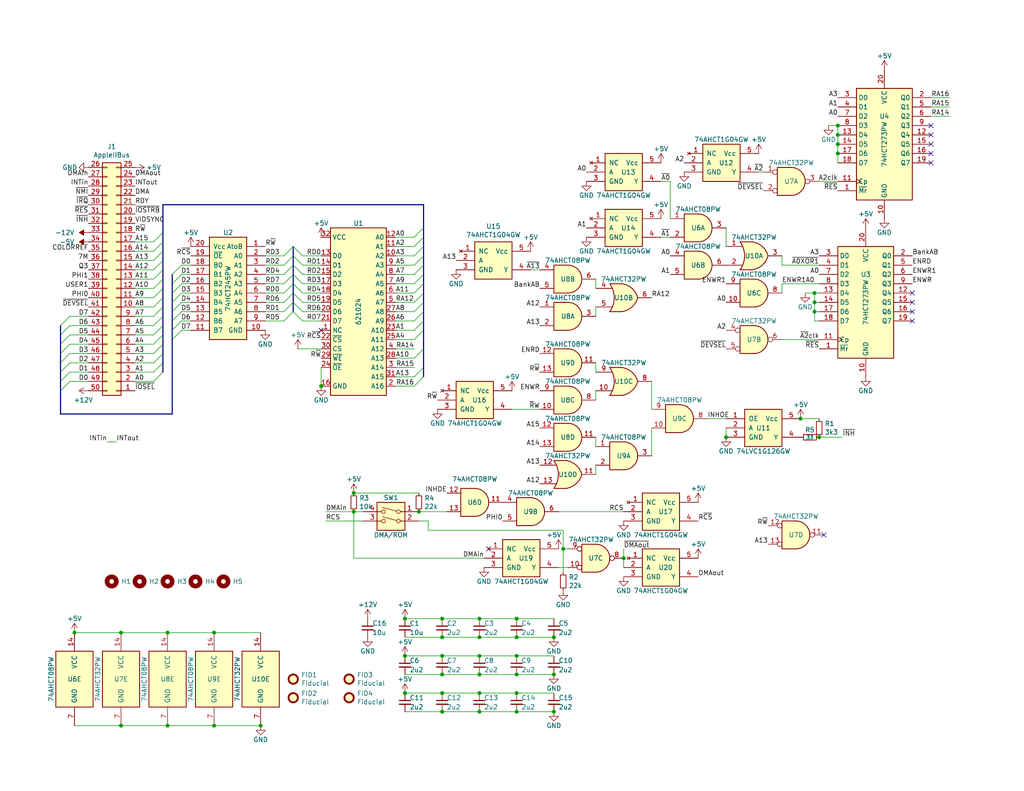
<source format=kicad_sch>
(kicad_sch (version 20230121) (generator eeschema)
  (paper "USLetter")
  (title_block (title "RAM128 (GW4208B)") (date "2023-10-21") (rev "1.1") (company "Garrett's Workshop"))
  (junction (at 120.65 179.07))
  (junction (at 223.52 119.38))
  (junction (at 110.49 189.23))
  (junction (at 198.12 119.38))
  (junction (at 151.13 194.31))
  (junction (at 130.81 168.91))
  (junction (at 120.65 173.99))
  (junction (at 120.65 194.31))
  (junction (at 120.65 168.91))
  (junction (at 130.81 179.07))
  (junction (at 140.97 168.91))
  (junction (at 228.6 36.83))
  (junction (at 71.12 198.12))
  (junction (at 58.42 198.12))
  (junction (at 140.97 173.99))
  (junction (at 130.81 189.23))
  (junction (at 120.65 189.23))
  (junction (at 140.97 184.15))
  (junction (at 130.81 184.15))
  (junction (at 228.6 34.29))
  (junction (at 45.72 198.12))
  (junction (at 222.25 82.55))
  (junction (at 33.02 172.72))
  (junction (at 218.44 114.3))
  (junction (at 96.52 139.7))
  (junction (at 170.18 152.4))
  (junction (at 151.13 184.15))
  (junction (at 87.63 105.41))
  (junction (at 151.13 173.99))
  (junction (at 228.6 39.37))
  (junction (at 140.97 179.07))
  (junction (at 110.49 168.91))
  (junction (at 228.6 41.91))
  (junction (at 45.72 172.72))
  (junction (at 33.02 198.12))
  (junction (at 222.25 80.01))
  (junction (at 114.3 139.7))
  (junction (at 120.65 184.15))
  (junction (at 130.81 173.99))
  (junction (at 153.67 149.86))
  (junction (at 140.97 194.31))
  (junction (at 140.97 189.23))
  (junction (at 96.52 134.62))
  (junction (at 222.25 85.09))
  (junction (at 20.32 172.72))
  (junction (at 130.81 194.31))
  (junction (at 110.49 179.07))
  (junction (at 58.42 172.72))
  (no_connect (at 254 36.83))
  (no_connect (at 87.63 90.17))
  (no_connect (at 248.92 80.01))
  (no_connect (at 254 34.29))
  (no_connect (at 248.92 82.55))
  (no_connect (at 254 41.91))
  (no_connect (at 254 44.45))
  (no_connect (at 133.35 149.86))
  (no_connect (at 248.92 87.63))
  (no_connect (at 248.92 85.09))
  (no_connect (at 224.79 146.05))
  (no_connect (at 254 39.37))
  (bus_entry (at 46.99 90.17) (size 2.54 -2.54))
  (bus_entry (at 115.57 62.23) (size -2.54 2.54))
  (bus_entry (at 80.01 69.85) (size 2.54 2.54))
  (bus_entry (at 115.57 72.39) (size -2.54 2.54))
  (bus_entry (at 46.99 87.63) (size 2.54 -2.54))
  (bus_entry (at 44.45 73.66) (size -2.54 2.54))
  (bus_entry (at 115.57 87.63) (size -2.54 2.54))
  (bus_entry (at 16.51 99.06) (size 2.54 -2.54))
  (bus_entry (at 115.57 64.77) (size -2.54 2.54))
  (bus_entry (at 46.99 77.47) (size 2.54 -2.54))
  (bus_entry (at 16.51 93.98) (size 2.54 -2.54))
  (bus_entry (at 44.45 63.5) (size -2.54 2.54))
  (bus_entry (at 44.45 81.28) (size -2.54 2.54))
  (bus_entry (at 16.51 88.9) (size 2.54 -2.54))
  (bus_entry (at 80.01 77.47) (size 2.54 2.54))
  (bus_entry (at 16.51 106.68) (size 2.54 -2.54))
  (bus_entry (at 46.99 80.01) (size 2.54 -2.54))
  (bus_entry (at 77.47 74.93) (size 2.54 -2.54))
  (bus_entry (at 115.57 67.31) (size -2.54 2.54))
  (bus_entry (at 77.47 69.85) (size 2.54 -2.54))
  (bus_entry (at 115.57 77.47) (size -2.54 2.54))
  (bus_entry (at 44.45 96.52) (size -2.54 2.54))
  (bus_entry (at 77.47 72.39) (size 2.54 -2.54))
  (bus_entry (at 80.01 80.01) (size 2.54 2.54))
  (bus_entry (at 44.45 93.98) (size -2.54 2.54))
  (bus_entry (at 44.45 101.6) (size -2.54 2.54))
  (bus_entry (at 115.57 90.17) (size -2.54 2.54))
  (bus_entry (at 44.45 71.12) (size -2.54 2.54))
  (bus_entry (at 44.45 78.74) (size -2.54 2.54))
  (bus_entry (at 46.99 92.71) (size 2.54 -2.54))
  (bus_entry (at 44.45 66.04) (size -2.54 2.54))
  (bus_entry (at 16.51 91.44) (size 2.54 -2.54))
  (bus_entry (at 44.45 99.06) (size -2.54 2.54))
  (bus_entry (at 80.01 82.55) (size 2.54 2.54))
  (bus_entry (at 44.45 68.58) (size -2.54 2.54))
  (bus_entry (at 115.57 85.09) (size -2.54 2.54))
  (bus_entry (at 46.99 85.09) (size 2.54 -2.54))
  (bus_entry (at 115.57 74.93) (size -2.54 2.54))
  (bus_entry (at 44.45 88.9) (size -2.54 2.54))
  (bus_entry (at 80.01 74.93) (size 2.54 2.54))
  (bus_entry (at 44.45 76.2) (size -2.54 2.54))
  (bus_entry (at 80.01 85.09) (size 2.54 2.54))
  (bus_entry (at 77.47 87.63) (size 2.54 -2.54))
  (bus_entry (at 44.45 91.44) (size -2.54 2.54))
  (bus_entry (at 80.01 72.39) (size 2.54 2.54))
  (bus_entry (at 16.51 101.6) (size 2.54 -2.54))
  (bus_entry (at 115.57 82.55) (size -2.54 2.54))
  (bus_entry (at 115.57 69.85) (size -2.54 2.54))
  (bus_entry (at 46.99 74.93) (size 2.54 -2.54))
  (bus_entry (at 44.45 83.82) (size -2.54 2.54))
  (bus_entry (at 44.45 86.36) (size -2.54 2.54))
  (bus_entry (at 46.99 82.55) (size 2.54 -2.54))
  (bus_entry (at 115.57 102.87) (size -2.54 2.54))
  (bus_entry (at 77.47 85.09) (size 2.54 -2.54))
  (bus_entry (at 115.57 100.33) (size -2.54 2.54))
  (bus_entry (at 115.57 95.25) (size -2.54 2.54))
  (bus_entry (at 77.47 77.47) (size 2.54 -2.54))
  (bus_entry (at 77.47 80.01) (size 2.54 -2.54))
  (bus_entry (at 80.01 67.31) (size 2.54 2.54))
  (bus_entry (at 16.51 104.14) (size 2.54 -2.54))
  (bus_entry (at 77.47 82.55) (size 2.54 -2.54))
  (bus_entry (at 16.51 96.52) (size 2.54 -2.54))
  (bus_entry (at 115.57 80.01) (size -2.54 2.54))
  (wire (pts (xy 36.83 96.52) (xy 41.91 96.52)))
  (bus (pts (xy 115.57 90.17) (xy 115.57 95.25)))
  (wire (pts (xy 96.52 139.7) (xy 99.06 139.7)))
  (wire (pts (xy 218.44 114.3) (xy 223.52 114.3)))
  (wire (pts (xy 228.6 36.83) (xy 228.6 39.37)))
  (wire (pts (xy 130.81 173.99) (xy 140.97 173.99)))
  (wire (pts (xy 226.06 34.29) (xy 228.6 34.29)))
  (wire (pts (xy 19.05 101.6) (xy 24.13 101.6)))
  (bus (pts (xy 115.57 69.85) (xy 115.57 72.39)))
  (bus (pts (xy 44.45 63.5) (xy 44.45 66.04)))
  (wire (pts (xy 110.49 168.91) (xy 120.65 168.91)))
  (wire (pts (xy 198.12 62.23) (xy 198.12 67.31)))
  (wire (pts (xy 82.55 74.93) (xy 87.63 74.93)))
  (wire (pts (xy 87.63 100.33) (xy 87.63 105.41)))
  (wire (pts (xy 198.12 119.38) (xy 198.12 116.84)))
  (wire (pts (xy 77.47 87.63) (xy 72.39 87.63)))
  (wire (pts (xy 107.95 64.77) (xy 113.03 64.77)))
  (wire (pts (xy 36.83 71.12) (xy 41.91 71.12)))
  (wire (pts (xy 259.08 31.75) (xy 254 31.75)))
  (wire (pts (xy 120.65 189.23) (xy 130.81 189.23)))
  (wire (pts (xy 82.55 85.09) (xy 87.63 85.09)))
  (bus (pts (xy 16.51 93.98) (xy 16.51 96.52)))
  (bus (pts (xy 80.01 77.47) (xy 80.01 80.01)))
  (wire (pts (xy 49.53 90.17) (xy 52.07 90.17)))
  (wire (pts (xy 107.95 97.79) (xy 113.03 97.79)))
  (bus (pts (xy 115.57 55.88) (xy 44.45 55.88)))
  (wire (pts (xy 153.67 144.78) (xy 153.67 149.86)))
  (bus (pts (xy 115.57 95.25) (xy 115.57 100.33)))
  (wire (pts (xy 114.3 139.7) (xy 121.92 139.7)))
  (wire (pts (xy 223.52 92.71) (xy 213.36 92.71)))
  (wire (pts (xy 130.81 189.23) (xy 140.97 189.23)))
  (bus (pts (xy 16.51 96.52) (xy 16.51 99.06)))
  (wire (pts (xy 107.95 77.47) (xy 113.03 77.47)))
  (bus (pts (xy 46.99 90.17) (xy 46.99 92.71)))
  (bus (pts (xy 44.45 96.52) (xy 44.45 99.06)))
  (wire (pts (xy 88.9 142.24) (xy 99.06 142.24)))
  (bus (pts (xy 80.01 82.55) (xy 80.01 85.09)))
  (wire (pts (xy 162.56 119.38) (xy 162.56 121.92)))
  (wire (pts (xy 140.97 173.99) (xy 151.13 173.99)))
  (wire (pts (xy 223.52 87.63) (xy 222.25 87.63)))
  (wire (pts (xy 139.7 111.76) (xy 147.32 111.76)))
  (wire (pts (xy 77.47 69.85) (xy 72.39 69.85)))
  (wire (pts (xy 182.88 49.53) (xy 182.88 59.69)))
  (wire (pts (xy 49.53 72.39) (xy 52.07 72.39)))
  (bus (pts (xy 115.57 67.31) (xy 115.57 69.85)))
  (wire (pts (xy 19.05 86.36) (xy 24.13 86.36)))
  (wire (pts (xy 20.32 198.12) (xy 33.02 198.12)))
  (bus (pts (xy 16.51 104.14) (xy 16.51 106.68)))
  (bus (pts (xy 16.51 106.68) (xy 16.51 113.03)))
  (wire (pts (xy 120.65 173.99) (xy 130.81 173.99)))
  (bus (pts (xy 46.99 74.93) (xy 46.99 77.47)))
  (wire (pts (xy 222.25 85.09) (xy 222.25 82.55)))
  (wire (pts (xy 120.65 184.15) (xy 130.81 184.15)))
  (wire (pts (xy 116.84 144.78) (xy 116.84 142.24)))
  (wire (pts (xy 19.05 104.14) (xy 24.13 104.14)))
  (wire (pts (xy 77.47 74.93) (xy 72.39 74.93)))
  (wire (pts (xy 116.84 142.24) (xy 114.3 142.24)))
  (wire (pts (xy 120.65 189.23) (xy 110.49 189.23)))
  (wire (pts (xy 107.95 85.09) (xy 113.03 85.09)))
  (wire (pts (xy 198.12 114.3) (xy 193.04 114.3)))
  (wire (pts (xy 45.72 198.12) (xy 58.42 198.12)))
  (wire (pts (xy 88.9 139.7) (xy 96.52 139.7)))
  (bus (pts (xy 80.01 67.31) (xy 80.01 69.85)))
  (bus (pts (xy 80.01 74.93) (xy 80.01 77.47)))
  (wire (pts (xy 130.81 168.91) (xy 140.97 168.91)))
  (wire (pts (xy 107.95 72.39) (xy 113.03 72.39)))
  (bus (pts (xy 115.57 55.88) (xy 115.57 62.23)))
  (wire (pts (xy 154.94 154.94) (xy 152.4 154.94)))
  (wire (pts (xy 177.8 116.84) (xy 177.8 124.46)))
  (wire (pts (xy 162.56 99.06) (xy 162.56 101.6)))
  (bus (pts (xy 16.51 91.44) (xy 16.51 93.98)))
  (bus (pts (xy 44.45 83.82) (xy 44.45 86.36)))
  (wire (pts (xy 120.65 194.31) (xy 130.81 194.31)))
  (wire (pts (xy 153.67 149.86) (xy 153.67 156.21)))
  (bus (pts (xy 115.57 100.33) (xy 115.57 102.87)))
  (wire (pts (xy 36.83 73.66) (xy 41.91 73.66)))
  (bus (pts (xy 46.99 77.47) (xy 46.99 80.01)))
  (bus (pts (xy 44.45 93.98) (xy 44.45 96.52)))
  (bus (pts (xy 115.57 85.09) (xy 115.57 87.63)))
  (wire (pts (xy 107.95 105.41) (xy 113.03 105.41)))
  (bus (pts (xy 115.57 77.47) (xy 115.57 80.01)))
  (bus (pts (xy 80.01 72.39) (xy 80.01 74.93)))
  (wire (pts (xy 19.05 93.98) (xy 24.13 93.98)))
  (bus (pts (xy 115.57 82.55) (xy 115.57 85.09)))
  (wire (pts (xy 36.83 83.82) (xy 41.91 83.82)))
  (wire (pts (xy 19.05 88.9) (xy 24.13 88.9)))
  (wire (pts (xy 82.55 77.47) (xy 87.63 77.47)))
  (wire (pts (xy 120.65 168.91) (xy 130.81 168.91)))
  (wire (pts (xy 36.83 81.28) (xy 41.91 81.28)))
  (wire (pts (xy 130.81 194.31) (xy 140.97 194.31)))
  (wire (pts (xy 96.52 152.4) (xy 132.08 152.4)))
  (wire (pts (xy 81.28 95.25) (xy 87.63 95.25)))
  (wire (pts (xy 229.87 119.38) (xy 223.52 119.38)))
  (wire (pts (xy 213.36 69.85) (xy 213.36 72.39)))
  (wire (pts (xy 140.97 194.31) (xy 151.13 194.31)))
  (wire (pts (xy 152.4 139.7) (xy 170.18 139.7)))
  (wire (pts (xy 219.71 80.01) (xy 222.25 80.01)))
  (wire (pts (xy 223.52 85.09) (xy 222.25 85.09)))
  (wire (pts (xy 82.55 82.55) (xy 87.63 82.55)))
  (wire (pts (xy 114.3 134.62) (xy 96.52 134.62)))
  (wire (pts (xy 77.47 80.01) (xy 72.39 80.01)))
  (wire (pts (xy 36.83 99.06) (xy 41.91 99.06)))
  (wire (pts (xy 77.47 82.55) (xy 72.39 82.55)))
  (wire (pts (xy 153.67 144.78) (xy 116.84 144.78)))
  (wire (pts (xy 153.67 149.86) (xy 154.94 149.86)))
  (wire (pts (xy 96.52 139.7) (xy 96.52 152.4)))
  (wire (pts (xy 58.42 198.12) (xy 71.12 198.12)))
  (wire (pts (xy 182.88 64.77) (xy 180.34 64.77)))
  (wire (pts (xy 36.83 88.9) (xy 41.91 88.9)))
  (wire (pts (xy 107.95 100.33) (xy 113.03 100.33)))
  (wire (pts (xy 82.55 80.01) (xy 87.63 80.01)))
  (wire (pts (xy 36.83 93.98) (xy 41.91 93.98)))
  (wire (pts (xy 36.83 66.04) (xy 41.91 66.04)))
  (bus (pts (xy 46.99 92.71) (xy 46.99 113.03)))
  (wire (pts (xy 223.52 80.01) (xy 222.25 80.01)))
  (wire (pts (xy 36.83 104.14) (xy 41.91 104.14)))
  (bus (pts (xy 115.57 74.93) (xy 115.57 77.47)))
  (bus (pts (xy 16.51 99.06) (xy 16.51 101.6)))
  (wire (pts (xy 162.56 106.68) (xy 162.56 109.22)))
  (wire (pts (xy 140.97 189.23) (xy 151.13 189.23)))
  (wire (pts (xy 107.95 80.01) (xy 113.03 80.01)))
  (wire (pts (xy 49.53 85.09) (xy 52.07 85.09)))
  (bus (pts (xy 46.99 82.55) (xy 46.99 85.09)))
  (bus (pts (xy 44.45 78.74) (xy 44.45 81.28)))
  (wire (pts (xy 45.72 172.72) (xy 58.42 172.72)))
  (wire (pts (xy 36.83 76.2) (xy 41.91 76.2)))
  (wire (pts (xy 140.97 184.15) (xy 151.13 184.15)))
  (wire (pts (xy 107.95 82.55) (xy 113.03 82.55)))
  (bus (pts (xy 115.57 62.23) (xy 115.57 64.77)))
  (bus (pts (xy 115.57 80.01) (xy 115.57 82.55)))
  (wire (pts (xy 107.95 90.17) (xy 113.03 90.17)))
  (wire (pts (xy 107.95 95.25) (xy 113.03 95.25)))
  (wire (pts (xy 107.95 102.87) (xy 113.03 102.87)))
  (bus (pts (xy 44.45 81.28) (xy 44.45 83.82)))
  (wire (pts (xy 107.95 87.63) (xy 113.03 87.63)))
  (wire (pts (xy 77.47 85.09) (xy 72.39 85.09)))
  (bus (pts (xy 44.45 99.06) (xy 44.45 101.6)))
  (bus (pts (xy 44.45 76.2) (xy 44.45 78.74)))
  (wire (pts (xy 33.02 198.12) (xy 45.72 198.12)))
  (wire (pts (xy 36.83 68.58) (xy 41.91 68.58)))
  (bus (pts (xy 44.45 73.66) (xy 44.45 76.2)))
  (wire (pts (xy 222.25 87.63) (xy 222.25 85.09)))
  (bus (pts (xy 46.99 113.03) (xy 16.51 113.03)))
  (wire (pts (xy 228.6 41.91) (xy 228.6 44.45)))
  (wire (pts (xy 110.49 194.31) (xy 120.65 194.31)))
  (wire (pts (xy 120.65 179.07) (xy 110.49 179.07)))
  (bus (pts (xy 46.99 85.09) (xy 46.99 87.63)))
  (wire (pts (xy 213.36 77.47) (xy 213.36 80.01)))
  (wire (pts (xy 107.95 69.85) (xy 113.03 69.85)))
  (wire (pts (xy 207.01 46.99) (xy 208.28 46.99)))
  (wire (pts (xy 82.55 69.85) (xy 87.63 69.85)))
  (wire (pts (xy 58.42 172.72) (xy 71.12 172.72)))
  (wire (pts (xy 20.32 172.72) (xy 33.02 172.72)))
  (bus (pts (xy 115.57 64.77) (xy 115.57 67.31)))
  (bus (pts (xy 44.45 88.9) (xy 44.45 91.44)))
  (bus (pts (xy 44.45 86.36) (xy 44.45 88.9)))
  (wire (pts (xy 36.83 78.74) (xy 41.91 78.74)))
  (wire (pts (xy 19.05 96.52) (xy 24.13 96.52)))
  (wire (pts (xy 259.08 26.67) (xy 254 26.67)))
  (wire (pts (xy 170.18 152.4) (xy 170.18 149.86)))
  (wire (pts (xy 140.97 168.91) (xy 151.13 168.91)))
  (wire (pts (xy 170.18 152.4) (xy 170.18 154.94)))
  (wire (pts (xy 110.49 184.15) (xy 120.65 184.15)))
  (bus (pts (xy 46.99 80.01) (xy 46.99 82.55)))
  (wire (pts (xy 19.05 99.06) (xy 24.13 99.06)))
  (wire (pts (xy 110.49 173.99) (xy 120.65 173.99)))
  (bus (pts (xy 16.51 101.6) (xy 16.51 104.14)))
  (wire (pts (xy 49.53 77.47) (xy 52.07 77.47)))
  (wire (pts (xy 162.56 78.74) (xy 162.56 76.2)))
  (bus (pts (xy 115.57 87.63) (xy 115.57 90.17)))
  (bus (pts (xy 44.45 71.12) (xy 44.45 73.66)))
  (bus (pts (xy 44.45 91.44) (xy 44.45 93.98)))
  (wire (pts (xy 49.53 80.01) (xy 52.07 80.01)))
  (wire (pts (xy 162.56 127) (xy 162.56 129.54)))
  (wire (pts (xy 140.97 179.07) (xy 151.13 179.07)))
  (wire (pts (xy 120.65 179.07) (xy 130.81 179.07)))
  (wire (pts (xy 82.55 72.39) (xy 87.63 72.39)))
  (wire (pts (xy 107.95 92.71) (xy 113.03 92.71)))
  (bus (pts (xy 44.45 68.58) (xy 44.45 71.12)))
  (wire (pts (xy 222.25 80.01) (xy 222.25 82.55)))
  (wire (pts (xy 77.47 77.47) (xy 72.39 77.47)))
  (wire (pts (xy 33.02 172.72) (xy 45.72 172.72)))
  (bus (pts (xy 115.57 72.39) (xy 115.57 74.93)))
  (wire (pts (xy 177.8 104.14) (xy 177.8 111.76)))
  (wire (pts (xy 228.6 34.29) (xy 228.6 36.83)))
  (wire (pts (xy 19.05 91.44) (xy 24.13 91.44)))
  (wire (pts (xy 49.53 87.63) (xy 52.07 87.63)))
  (wire (pts (xy 107.95 74.93) (xy 113.03 74.93)))
  (wire (pts (xy 180.34 49.53) (xy 182.88 49.53)))
  (wire (pts (xy 223.52 82.55) (xy 222.25 82.55)))
  (bus (pts (xy 44.45 66.04) (xy 44.45 68.58)))
  (wire (pts (xy 31.75 120.65) (xy 29.21 120.65)))
  (wire (pts (xy 36.83 86.36) (xy 41.91 86.36)))
  (wire (pts (xy 36.83 101.6) (xy 41.91 101.6)))
  (bus (pts (xy 16.51 88.9) (xy 16.51 91.44)))
  (wire (pts (xy 36.83 91.44) (xy 41.91 91.44)))
  (wire (pts (xy 228.6 39.37) (xy 228.6 41.91)))
  (wire (pts (xy 223.52 49.53) (xy 228.6 49.53)))
  (wire (pts (xy 213.36 72.39) (xy 223.52 72.39)))
  (wire (pts (xy 82.55 87.63) (xy 87.63 87.63)))
  (bus (pts (xy 80.01 69.85) (xy 80.01 72.39)))
  (wire (pts (xy 254 29.21) (xy 259.08 29.21)))
  (wire (pts (xy 130.81 184.15) (xy 140.97 184.15)))
  (wire (pts (xy 144.78 73.66) (xy 147.32 73.66)))
  (wire (pts (xy 162.56 83.82) (xy 162.56 86.36)))
  (wire (pts (xy 130.81 179.07) (xy 140.97 179.07)))
  (bus (pts (xy 46.99 87.63) (xy 46.99 90.17)))
  (wire (pts (xy 107.95 67.31) (xy 113.03 67.31)))
  (wire (pts (xy 77.47 72.39) (xy 72.39 72.39)))
  (wire (pts (xy 49.53 74.93) (xy 52.07 74.93)))
  (wire (pts (xy 49.53 82.55) (xy 52.07 82.55)))
  (bus (pts (xy 44.45 55.88) (xy 44.45 63.5)))
  (wire (pts (xy 213.36 77.47) (xy 223.52 77.47)))
  (bus (pts (xy 80.01 80.01) (xy 80.01 82.55)))
  (label "INTout" (at 31.75 120.65 0))
  (label "~{RES}" (at 228.6 52.07 180))
  (label "D3" (at 24.13 96.52 180))
  (label "~{R}W" (at 147.32 111.76 180))
  (label "RD7" (at 72.39 77.47 0))
  (label "A13" (at 36.83 71.12 0))
  (label "A0" (at 228.6 31.75 180))
  (label "A2" (at 36.83 99.06 0))
  (label "RD2" (at 87.63 74.93 180))
  (label "A14" (at 36.83 68.58 0))
  (label "A8" (at 36.83 83.82 0))
  (label "RA16" (at 113.03 105.41 180))
  (label "A2clk" (at 228.6 49.53 180))
  (label "RD6" (at 72.39 82.55 0))
  (label "D5" (at 24.13 91.44 180))
  (label "PHI0" (at 137.16 142.24 180))
  (label "~{DEVSEL}" (at 198.12 95.25 180))
  (label "A1" (at 36.83 101.6 0))
  (label "D0" (at 52.07 72.39 180))
  (label "~{IOSTRB}" (at 36.83 58.42 0))
  (label "A0" (at 223.52 74.93 180))
  (label "A0" (at 198.12 82.55 180))
  (label "~{RES}" (at 223.52 95.25 180))
  (label "A10" (at 36.83 78.74 0))
  (label "ENWR1" (at 198.12 77.47 180))
  (label "A13" (at 124.46 71.12 180))
  (label "A6" (at 36.83 88.9 0))
  (label "RD1" (at 72.39 85.09 0))
  (label "A1" (at 160.02 62.23 180))
  (label "R~{W}" (at 72.39 67.31 0))
  (label "D0" (at 24.13 104.14 180))
  (label "ENWR" (at 248.92 77.47 0))
  (label "A11" (at 107.95 80.01 0))
  (label "A5" (at 107.95 72.39 0))
  (label "INHOE" (at 193.04 114.3 0))
  (label "A13" (at 107.95 102.87 0))
  (label "R~{W}" (at 209.55 143.51 180))
  (label "D3" (at 52.07 80.01 180))
  (label "A3" (at 107.95 69.85 0))
  (label "RA14" (at 113.03 95.25 180))
  (label "A2" (at 107.95 67.31 0))
  (label "USER1" (at 24.13 78.74 180))
  (label "D7" (at 24.13 86.36 180))
  (label "ENRD" (at 147.32 96.52 180))
  (label "INHOE" (at 121.92 134.62 180))
  (label "~{INH}" (at 24.13 60.96 180))
  (label "D7" (at 52.07 90.17 180))
  (label "INTin" (at 29.21 120.65 180))
  (label "A4" (at 107.95 92.71 0))
  (label "A1" (at 228.6 29.21 180))
  (label "A7" (at 107.95 74.93 0))
  (label "R~{W}" (at 36.83 63.5 0))
  (label "DMAin" (at 24.13 48.26 180))
  (label "ENWR1A0" (at 213.36 77.47 0))
  (label "RA12" (at 177.8 81.28 0))
  (label "~{A1}" (at 182.88 64.77 180))
  (label "A7" (at 36.83 86.36 0))
  (label "A3" (at 36.83 96.52 0))
  (label "~{IRQ}" (at 24.13 55.88 180))
  (label "RD5" (at 87.63 82.55 180))
  (label "R~{W}" (at 87.63 97.79 180))
  (label "D4" (at 52.07 82.55 180))
  (label "~{A2}clk" (at 223.52 92.71 180))
  (label "R~{W}" (at 147.32 101.6 180))
  (label "D2" (at 52.07 77.47 180))
  (label "RA15" (at 259.08 29.21 180))
  (label "A12" (at 147.32 83.82 180))
  (label "A3" (at 223.52 69.85 180))
  (label "~{IOSEL}" (at 36.83 106.68 0))
  (label "~{DEVSEL}" (at 24.13 83.82 180))
  (label "~{RES}" (at 24.13 58.42 180))
  (label "A15" (at 36.83 66.04 0))
  (label "BankAB" (at 248.92 69.85 0))
  (label "RA14" (at 259.08 31.75 180))
  (label "A0" (at 36.83 104.14 0))
  (label "A12" (at 147.32 132.08 180))
  (label "D1" (at 24.13 101.6 180))
  (label "RD0" (at 72.39 80.01 0))
  (label "PHI1" (at 24.13 76.2 180))
  (label "A8" (at 107.95 85.09 0))
  (label "A1" (at 182.88 74.93 180))
  (label "RD6" (at 87.63 85.09 180))
  (label "A3" (at 228.6 26.67 180))
  (label "D6" (at 52.07 87.63 180))
  (label "RA12" (at 107.95 82.55 0))
  (label "INTout" (at 36.83 50.8 0))
  (label "R~{W}" (at 119.38 109.22 180))
  (label "DMAin" (at 132.08 152.4 180))
  (label "A12" (at 36.83 73.66 0))
  (label "RD3" (at 87.63 77.47 180))
  (label "~{INH}" (at 229.87 119.38 0))
  (label "A9" (at 107.95 77.47 0))
  (label "BankAB" (at 147.32 78.74 180))
  (label "~{DEVSEL}" (at 208.28 52.07 180))
  (label "~{DMAout}" (at 170.18 149.86 0))
  (label "A1" (at 107.95 90.17 0))
  (label "~{NMI}" (at 24.13 53.34 180))
  (label "D2" (at 24.13 99.06 180))
  (label "RCS" (at 88.9 142.24 0))
  (label "INTin" (at 24.13 50.8 180))
  (label "A11" (at 36.83 76.2 0))
  (label "RCS" (at 170.18 139.7 180))
  (label "A14" (at 147.32 121.92 180))
  (label "~{A2}" (at 208.28 46.99 180))
  (label "RD1" (at 87.63 72.39 180))
  (label "A0" (at 182.88 69.85 180))
  (label "RD4" (at 72.39 74.93 0))
  (label "PHI0" (at 24.13 81.28 180))
  (label "D5" (at 52.07 85.09 180))
  (label "A2" (at 186.69 44.45 180))
  (label "VIDSYNC" (at 36.83 60.96 0))
  (label "Q3" (at 24.13 73.66 180))
  (label "A6" (at 107.95 87.63 0))
  (label "DMAin" (at 88.9 139.7 0))
  (label "DMAout" (at 36.83 48.26 0))
  (label "RD7" (at 87.63 87.63 180))
  (label "A5" (at 36.83 91.44 0))
  (label "7M" (at 24.13 71.12 180))
  (label "A0" (at 160.02 46.99 180))
  (label "RD4" (at 87.63 80.01 180))
  (label "RD3" (at 72.39 69.85 0))
  (label "R~{CS}" (at 87.63 92.71 180))
  (label "A13" (at 147.32 127 180))
  (label "A0" (at 107.95 64.77 0))
  (label "DMA" (at 36.83 53.34 0))
  (label "A4" (at 36.83 93.98 0))
  (label "RA16" (at 259.08 26.67 180))
  (label "DMAout" (at 190.5 157.48 0))
  (label "R~{CS}" (at 190.5 142.24 0))
  (label "D6" (at 24.13 88.9 180))
  (label "A2" (at 198.12 90.17 180))
  (label "R~{CS}" (at 52.07 69.85 180))
  (label "RA15" (at 113.03 100.33 180))
  (label "RD0" (at 87.63 69.85 180))
  (label "RD2" (at 72.39 72.39 0))
  (label "ENRD" (at 248.92 72.39 0))
  (label "D1" (at 52.07 74.93 180))
  (label "RDY" (at 36.83 55.88 0))
  (label "ENWR" (at 147.32 106.68 180))
  (label "A13" (at 209.55 148.59 180))
  (label "ENWR1" (at 248.92 74.93 0))
  (label "A9" (at 36.83 81.28 0))
  (label "~{A0XOR1}" (at 223.52 72.39 180))
  (label "A13" (at 147.32 88.9 180))
  (label "~{A0}" (at 182.88 49.53 180))
  (label "A15" (at 147.32 116.84 180))
  (label "RD5" (at 72.39 87.63 0))
  (label "D4" (at 24.13 93.98 180))
  (label "A10" (at 107.95 97.79 0))
  (label "COLORREF" (at 24.13 68.58 180))
  (label "~{A13}" (at 147.32 73.66 180))
  (symbol (lib_id "Mechanical:MountingHole") (at 53.34 158.75 0) (unit 1)
    (property "Reference" "H4" (at 55.88 158.75 0) (effects (justify left)))
    (property "Value" " " (at 55.88 159.766 0) (effects (justify left)))
    (property "Footprint" "stdpads:PasteHole_1.152mm_NPTH" (effects hide))
  )
  (symbol (lib_id "Connector_Generic:Conn_02x25_Counter_Clockwise") (at 31.75 76.2 180) (unit 1)
    (property "Reference" "J1" (at 30.48 40.005 0))
    (property "Value" "AppleIIBus" (at 30.48 42.3164 0))
    (property "Footprint" "stdpads:AppleIIBus_Edge" (effects hide))
  )
  (symbol (lib_id "power:-12V") (at 24.13 63.5 90) (unit 1)
    (property "Reference" "#PWR0102" (effects hide))
    (property "Value" "-12V" (at 20.32 63.5 90) (effects (justify left)))
  )
  (symbol (lib_id "power:-5V") (at 24.13 66.04 90) (unit 1)
    (property "Reference" "#PWR0101" (effects hide))
    (property "Value" "-5V" (at 20.32 66.04 90) (effects (justify left)))
  )
  (symbol (lib_id "power:+12V") (at 24.13 106.68 90) (unit 1)
    (property "Reference" "#PWR0103" (effects hide))
    (property "Value" "+12V" (at 25.4 109.22 90) (effects (justify left)))
  )
  (symbol (lib_id "power:GND") (at 24.13 45.72 270) (mirror x) (unit 1)
    (property "Reference" "#PWR0108" (effects hide))
    (property "Value" "GND" (at 19.05 45.72 90))
  )
  (symbol (lib_id "power:+5V") (at 36.83 45.72 270) (unit 1)
    (property "Reference" "#PWR0109" (effects hide))
    (property "Value" "+5V" (at 41.91 45.72 90))
  )
  (symbol (lib_id "Device:C_Small") (at 130.81 171.45 0) (unit 1)
    (property "Reference" "C3" (at 132.08 170.18 0) (effects (justify left)))
    (property "Value" "2u2" (at 132.08 172.72 0) (effects (justify left)))
    (property "Footprint" "stdpads:C_0603" (effects hide))
    (property "LCSC Part" "C23630" (effects hide))
  )
  (symbol (lib_id "Device:C_Small") (at 120.65 171.45 0) (unit 1)
    (property "Reference" "C2" (at 121.92 170.18 0) (effects (justify left)))
    (property "Value" "2u2" (at 121.92 172.72 0) (effects (justify left)))
    (property "Footprint" "stdpads:C_0603" (effects hide))
    (property "LCSC Part" "C23630" (effects hide))
  )
  (symbol (lib_id "power:GND") (at 151.13 173.99 0) (unit 1)
    (property "Reference" "#PWR0110" (effects hide))
    (property "Value" "GND" (at 151.13 177.8 0))
  )
  (symbol (lib_id "Mechanical:Fiducial") (at 80.01 185.42 0) (unit 1)
    (property "Reference" "FID1" (at 82.169 184.2516 0) (effects (justify left)))
    (property "Value" "Fiducial" (at 82.169 186.563 0) (effects (justify left)))
    (property "Footprint" "stdpads:Fiducial" (effects hide))
  )
  (symbol (lib_id "Mechanical:Fiducial") (at 80.01 190.5 0) (unit 1)
    (property "Reference" "FID2" (at 82.169 189.3316 0) (effects (justify left)))
    (property "Value" "Fiducial" (at 82.169 191.643 0) (effects (justify left)))
    (property "Footprint" "stdpads:Fiducial" (effects hide))
  )
  (symbol (lib_id "Mechanical:Fiducial") (at 95.25 185.42 0) (unit 1)
    (property "Reference" "FID3" (at 97.409 184.2516 0) (effects (justify left)))
    (property "Value" "Fiducial" (at 97.409 186.563 0) (effects (justify left)))
    (property "Footprint" "stdpads:Fiducial" (effects hide))
  )
  (symbol (lib_id "Mechanical:Fiducial") (at 95.25 190.5 0) (unit 1)
    (property "Reference" "FID4" (at 97.409 189.3316 0) (effects (justify left)))
    (property "Value" "Fiducial" (at 97.409 191.643 0) (effects (justify left)))
    (property "Footprint" "stdpads:Fiducial" (effects hide))
  )
  (symbol (lib_id "power:+5V") (at 87.63 64.77 0) (unit 1)
    (property "Reference" "#PWR0106" (effects hide))
    (property "Value" "+5V" (at 87.63 60.96 0))
  )
  (symbol (lib_id "power:GND") (at 87.63 105.41 0) (unit 1)
    (property "Reference" "#PWR0107" (effects hide))
    (property "Value" "GND" (at 87.63 109.22 0))
  )
  (symbol (lib_id "Device:R_Small") (at 223.52 116.84 0) (unit 1)
    (property "Reference" "R1" (at 225.0186 115.6716 0) (effects (justify left)))
    (property "Value" "3k3" (at 225.0186 117.983 0) (effects (justify left)))
    (property "Footprint" "stdpads:R_0805" (effects hide))
    (property "LCSC Part" "C26010" (effects hide))
  )
  (symbol (lib_id "Device:C_Small") (at 100.33 171.45 0) (unit 1)
    (property "Reference" "C16" (at 101.6 170.18 0) (effects (justify left)))
    (property "Value" "10u" (at 101.6 172.72 0) (effects (justify left)))
    (property "Footprint" "stdpads:C_0805" (effects hide))
    (property "LCSC Part" "C15850" (effects hide))
  )
  (symbol (lib_id "power:+12V") (at 100.33 168.91 0) (mirror y) (unit 1)
    (property "Reference" "#PWR0128" (effects hide))
    (property "Value" "+12V" (at 100.33 165.1 0))
  )
  (symbol (lib_id "Device:C_Small") (at 110.49 181.61 0) (unit 1)
    (property "Reference" "C6" (at 111.76 180.34 0) (effects (justify left)))
    (property "Value" "2u2" (at 111.76 182.88 0) (effects (justify left)))
    (property "Footprint" "stdpads:C_0603" (effects hide))
    (property "LCSC Part" "C23630" (effects hide))
  )
  (symbol (lib_id "Device:C_Small") (at 110.49 171.45 0) (unit 1)
    (property "Reference" "C1" (at 111.76 170.18 0) (effects (justify left)))
    (property "Value" "10u" (at 111.76 172.72 0) (effects (justify left)))
    (property "Footprint" "stdpads:C_0805" (effects hide))
    (property "LCSC Part" "C15850" (effects hide))
  )
  (symbol (lib_id "74xx:74LS32") (at 215.9 49.53 0) (unit 1) (convert 2)
    (property "Reference" "U7" (at 215.9 49.53 0))
    (property "Value" "74AHCT32PW" (at 215.9 44.45 0))
    (property "Footprint" "stdpads:TSSOP-14_4.4x5mm_P0.65mm" (effects hide))
    (property "Datasheet" "http://www.ti.com/lit/gpn/sn74LS32" (effects hide))
    (property "LCSC Part" "C129435" (effects hide))
  )
  (symbol (lib_id "74xx:74LS32") (at 205.74 92.71 0) (unit 2) (convert 2)
    (property "Reference" "U7" (at 205.74 92.71 0))
    (property "Value" "74AHCT32PW" (at 205.74 87.63 0))
    (property "Footprint" "stdpads:TSSOP-14_4.4x5mm_P0.65mm" (effects hide))
    (property "Datasheet" "http://www.ti.com/lit/gpn/sn74LS32" (effects hide))
    (property "LCSC Part" "C129435" (effects hide))
  )
  (symbol (lib_id "GW_Logic:74245") (at 62.23 78.74 0) (mirror y) (unit 1)
    (property "Reference" "U2" (at 62.23 63.5 0))
    (property "Value" "74HCT245PW" (at 62.23 78.74 90))
    (property "Footprint" "stdpads:TSSOP-20_4.4x6.5mm_P0.65mm" (effects hide))
    (property "LCSC Part" "C5980" (effects hide))
  )
  (symbol (lib_id "power:GND") (at 72.39 90.17 0) (unit 1)
    (property "Reference" "#PWR0104" (effects hide))
    (property "Value" "GND" (at 72.39 93.98 0))
  )
  (symbol (lib_id "power:+5V") (at 52.07 67.31 0) (unit 1)
    (property "Reference" "#PWR0105" (effects hide))
    (property "Value" "+5V" (at 52.07 63.5 0))
  )
  (symbol (lib_id "74xx:74LS273") (at 236.22 82.55 0) (unit 1)
    (property "Reference" "U3" (at 236.22 74.93 0))
    (property "Value" "74HCT273PW" (at 236.22 82.55 90))
    (property "Footprint" "stdpads:TSSOP-20_4.4x6.5mm_P0.65mm" (effects hide))
    (property "Datasheet" "http://www.ti.com/lit/gpn/sn74LS273" (effects hide))
    (property "LCSC Part" "C5983" (effects hide))
  )
  (symbol (lib_id "74xx:74LS273") (at 241.3 39.37 0) (unit 1)
    (property "Reference" "U4" (at 241.3 31.75 0))
    (property "Value" "74HCT273PW" (at 241.3 39.37 90))
    (property "Footprint" "stdpads:TSSOP-20_4.4x6.5mm_P0.65mm" (effects hide))
    (property "Datasheet" "http://www.ti.com/lit/gpn/sn74LS273" (effects hide))
    (property "LCSC Part" "C5983" (effects hide))
  )
  (symbol (lib_id "Device:R_Small") (at 153.67 158.75 0) (unit 1)
    (property "Reference" "R2" (at 155.1686 157.5816 0) (effects (justify left)))
    (property "Value" "22k" (at 155.1686 159.893 0) (effects (justify left)))
    (property "Footprint" "stdpads:R_0805" (effects hide))
    (property "LCSC Part" "C17560" (effects hide))
  )
  (symbol (lib_id "power:GND") (at 153.67 161.29 0) (unit 1)
    (property "Reference" "#PWR0123" (effects hide))
    (property "Value" "GND" (at 153.67 165.1 0))
  )
  (symbol (lib_id "power:GND") (at 226.06 34.29 0) (unit 1)
    (property "Reference" "#PWR0112" (effects hide))
    (property "Value" "GND" (at 226.06 38.1 0))
  )
  (symbol (lib_id "GW_Logic:741G04GW") (at 134.62 71.12 0) (unit 1)
    (property "Reference" "U15" (at 134.62 61.7982 0))
    (property "Value" "74AHCT1G04GW" (at 134.62 64.1096 0))
    (property "Footprint" "stdpads:SOT-353" (effects hide))
    (property "LCSC Part" "C148199" (effects hide))
  )
  (symbol (lib_id "power:GND") (at 124.46 73.66 0) (unit 1)
    (property "Reference" "#PWR0124" (effects hide))
    (property "Value" "GND" (at 124.46 77.47 0))
  )
  (symbol (lib_id "power:+5V") (at 144.78 68.58 0) (unit 1)
    (property "Reference" "#PWR0127" (effects hide))
    (property "Value" "+5V" (at 144.78 64.77 0))
  )
  (symbol (lib_id "power:GND") (at 219.71 80.01 0) (unit 1)
    (property "Reference" "#PWR0125" (effects hide))
    (property "Value" "GND" (at 219.71 83.82 0))
  )
  (symbol (lib_id "GW_Logic:741G04GW") (at 170.18 46.99 0) (unit 1)
    (property "Reference" "U13" (at 171.45 46.99 0))
    (property "Value" "74AHCT1G04GW" (at 170.18 53.34 0))
    (property "Footprint" "stdpads:SOT-353" (effects hide))
    (property "LCSC Part" "C148199" (effects hide))
  )
  (symbol (lib_id "power:GND") (at 160.02 49.53 0) (unit 1)
    (property "Reference" "#PWR0129" (effects hide))
    (property "Value" "GND" (at 160.02 53.34 0))
  )
  (symbol (lib_id "GW_Logic:741G04GW") (at 170.18 62.23 0) (unit 1)
    (property "Reference" "U14" (at 171.45 62.23 0))
    (property "Value" "74AHCT1G04GW" (at 170.18 68.58 0))
    (property "Footprint" "stdpads:SOT-353" (effects hide))
    (property "LCSC Part" "C148199" (effects hide))
  )
  (symbol (lib_id "power:GND") (at 160.02 64.77 0) (unit 1)
    (property "Reference" "#PWR0130" (effects hide))
    (property "Value" "GND" (at 160.02 68.58 0))
  )
  (symbol (lib_id "power:+5V") (at 180.34 44.45 0) (unit 1)
    (property "Reference" "#PWR0131" (effects hide))
    (property "Value" "+5V" (at 180.34 40.64 0))
  )
  (symbol (lib_id "power:+5V") (at 180.34 59.69 0) (unit 1)
    (property "Reference" "#PWR0133" (effects hide))
    (property "Value" "+5V" (at 180.34 55.88 0))
  )
  (symbol (lib_id "GW_Logic:741G04GW") (at 180.34 154.94 0) (unit 1)
    (property "Reference" "U20" (at 181.61 154.94 0))
    (property "Value" "74AHCT1G04GW" (at 180.34 161.29 0))
    (property "Footprint" "stdpads:SOT-353" (effects hide))
    (property "LCSC Part" "C148199" (effects hide))
  )
  (symbol (lib_id "power:GND") (at 170.18 157.48 0) (unit 1)
    (property "Reference" "#PWR0136" (effects hide))
    (property "Value" "GND" (at 170.18 161.29 0))
  )
  (symbol (lib_id "power:+5V") (at 190.5 152.4 0) (unit 1)
    (property "Reference" "#PWR0137" (effects hide))
    (property "Value" "+5V" (at 190.5 148.59 0))
  )
  (symbol (lib_id "GW_Logic:741G04GW") (at 142.24 152.4 0) (unit 1)
    (property "Reference" "U19" (at 143.51 152.4 0))
    (property "Value" "74AHCT1G04GW" (at 142.24 158.75 0))
    (property "Footprint" "stdpads:SOT-353" (effects hide))
    (property "LCSC Part" "C148199" (effects hide))
  )
  (symbol (lib_id "power:GND") (at 132.08 154.94 0) (unit 1)
    (property "Reference" "#PWR0138" (effects hide))
    (property "Value" "GND" (at 132.08 158.75 0))
  )
  (symbol (lib_id "power:+5V") (at 152.4 149.86 0) (unit 1)
    (property "Reference" "#PWR0139" (effects hide))
    (property "Value" "+5V" (at 151.13 146.05 0))
  )
  (symbol (lib_id "GW_Logic:741G04GW") (at 196.85 44.45 0) (unit 1)
    (property "Reference" "U12" (at 198.12 44.45 0))
    (property "Value" "74AHCT1G04GW" (at 196.85 38.1 0))
    (property "Footprint" "stdpads:SOT-353" (effects hide))
    (property "LCSC Part" "C148199" (effects hide))
  )
  (symbol (lib_id "power:GND") (at 186.69 46.99 0) (unit 1)
    (property "Reference" "#PWR0140" (effects hide))
    (property "Value" "GND" (at 186.69 50.8 0))
  )
  (symbol (lib_id "power:+5V") (at 207.01 41.91 0) (unit 1)
    (property "Reference" "#PWR0141" (effects hide))
    (property "Value" "+5V" (at 207.01 38.1 0))
  )
  (symbol (lib_id "GW_Logic:741G04GW") (at 129.54 109.22 0) (unit 1)
    (property "Reference" "U16" (at 130.81 109.22 0))
    (property "Value" "74AHCT1G04GW" (at 129.54 115.57 0))
    (property "Footprint" "stdpads:SOT-353" (effects hide))
    (property "LCSC Part" "C148199" (effects hide))
  )
  (symbol (lib_id "power:GND") (at 119.38 111.76 0) (unit 1)
    (property "Reference" "#PWR0142" (effects hide))
    (property "Value" "GND" (at 119.38 115.57 0))
  )
  (symbol (lib_id "power:+5V") (at 139.7 106.68 0) (unit 1)
    (property "Reference" "#PWR0143" (effects hide))
    (property "Value" "+5V" (at 139.7 102.87 0))
  )
  (symbol (lib_id "GW_Logic:741G04GW") (at 180.34 139.7 0) (unit 1)
    (property "Reference" "U17" (at 181.61 139.7 0))
    (property "Value" "74AHCT1G04GW" (at 180.34 146.05 0))
    (property "Footprint" "stdpads:SOT-353" (effects hide))
    (property "LCSC Part" "C148199" (effects hide))
  )
  (symbol (lib_id "power:GND") (at 170.18 142.24 0) (unit 1)
    (property "Reference" "#PWR0144" (effects hide))
    (property "Value" "GND" (at 170.18 146.05 0))
  )
  (symbol (lib_id "power:+5V") (at 190.5 137.16 0) (unit 1)
    (property "Reference" "#PWR0145" (effects hide))
    (property "Value" "+5V" (at 190.5 133.35 0))
  )
  (symbol (lib_id "74xx:74LS32") (at 217.17 146.05 0) (unit 4) (convert 2)
    (property "Reference" "U7" (at 217.17 146.05 0))
    (property "Value" "74AHCT32PW" (at 217.17 140.97 0))
    (property "Footprint" "stdpads:TSSOP-14_4.4x5mm_P0.65mm" (effects hide))
    (property "Datasheet" "http://www.ti.com/lit/gpn/sn74LS32" (effects hide))
    (property "LCSC Part" "C129435" (effects hide))
  )
  (symbol (lib_id "Device:C_Small") (at 151.13 171.45 0) (unit 1)
    (property "Reference" "C5" (at 152.4 170.18 0) (effects (justify left)))
    (property "Value" "2u2" (at 152.4 172.72 0) (effects (justify left)))
    (property "Footprint" "stdpads:C_0603" (effects hide))
    (property "LCSC Part" "C23630" (effects hide))
  )
  (symbol (lib_id "Device:C_Small") (at 110.49 191.77 0) (unit 1)
    (property "Reference" "C11" (at 111.76 190.5 0) (effects (justify left)))
    (property "Value" "2u2" (at 111.76 193.04 0) (effects (justify left)))
    (property "Footprint" "stdpads:C_0603" (effects hide))
    (property "LCSC Part" "C23630" (effects hide))
  )
  (symbol (lib_id "power:GND") (at 100.33 173.99 0) (unit 1)
    (property "Reference" "#PWR0146" (effects hide))
    (property "Value" "GND" (at 100.33 177.8 0))
  )
  (symbol (lib_id "Device:C_Small") (at 130.81 191.77 0) (unit 1)
    (property "Reference" "C13" (at 132.08 190.5 0) (effects (justify left)))
    (property "Value" "2u2" (at 132.08 193.04 0) (effects (justify left)))
    (property "Footprint" "stdpads:C_0603" (effects hide))
    (property "LCSC Part" "C23630" (effects hide))
  )
  (symbol (lib_id "power:+5V") (at 110.49 189.23 0) (unit 1)
    (property "Reference" "#PWR0147" (effects hide))
    (property "Value" "+5V" (at 110.49 185.42 0))
  )
  (symbol (lib_id "Device:C_Small") (at 120.65 191.77 0) (unit 1)
    (property "Reference" "C12" (at 121.92 190.5 0) (effects (justify left)))
    (property "Value" "2u2" (at 121.92 193.04 0) (effects (justify left)))
    (property "Footprint" "stdpads:C_0603" (effects hide))
    (property "LCSC Part" "C23630" (effects hide))
  )
  (symbol (lib_id "Mechanical:MountingHole") (at 60.96 158.75 0) (unit 1)
    (property "Reference" "H5" (at 63.5 158.75 0) (effects (justify left)))
    (property "Value" " " (at 63.5 159.766 0) (effects (justify left)))
    (property "Footprint" "stdpads:PasteHole_1.152mm_NPTH" (effects hide))
  )
  (symbol (lib_id "power:+5V") (at 81.28 95.25 0) (unit 1)
    (property "Reference" "#PWR0111" (effects hide))
    (property "Value" "+5V" (at 81.28 91.44 0))
  )
  (symbol (lib_id "Device:C_Small") (at 140.97 191.77 0) (unit 1)
    (property "Reference" "C14" (at 142.24 190.5 0) (effects (justify left)))
    (property "Value" "2u2" (at 142.24 193.04 0) (effects (justify left)))
    (property "Footprint" "stdpads:C_0603" (effects hide))
    (property "LCSC Part" "C23630" (effects hide))
  )
  (symbol (lib_id "Device:C_Small") (at 151.13 191.77 0) (unit 1)
    (property "Reference" "C15" (at 152.4 190.5 0) (effects (justify left)))
    (property "Value" "2u2" (at 152.4 193.04 0) (effects (justify left)))
    (property "Footprint" "stdpads:C_0603" (effects hide))
    (property "LCSC Part" "C23630" (effects hide))
  )
  (symbol (lib_id "power:GND") (at 151.13 194.31 0) (unit 1)
    (property "Reference" "#PWR0148" (effects hide))
    (property "Value" "GND" (at 151.13 198.12 0))
  )
  (symbol (lib_id "Device:R_Small") (at 220.98 119.38 270) (unit 1)
    (property "Reference" "R5" (at 220.98 118.11 90) (effects (justify bottom)))
    (property "Value" "33" (at 220.98 119.38 90) (effects (font (size 1.016 1.016))))
    (property "Footprint" "stdpads:R_0805" (effects hide))
    (property "LCSC Part" "C17634" (effects hide))
  )
  (symbol (lib_id "Device:R_Small") (at 114.3 137.16 0) (unit 1)
    (property "Reference" "R4" (at 115.7986 135.9916 0) (effects (justify left)))
    (property "Value" "22k" (at 115.7986 138.303 0) (effects (justify left)))
    (property "Footprint" "stdpads:R_0805" (effects hide))
    (property "LCSC Part" "C17560" (effects hide))
  )
  (symbol (lib_id "Device:R_Small") (at 96.52 137.16 0) (unit 1)
    (property "Reference" "R3" (at 98.0186 135.9916 0) (effects (justify left)))
    (property "Value" "10k" (at 98.0186 138.303 0) (effects (justify left)))
    (property "Footprint" "stdpads:R_0805" (effects hide))
    (property "LCSC Part" "C17414" (effects hide))
  )
  (symbol (lib_id "power:+5V") (at 96.52 134.62 0) (unit 1)
    (property "Reference" "#PWR0135" (effects hide))
    (property "Value" "+5V" (at 96.52 130.81 0))
  )
  (symbol (lib_id "power:+5V") (at 110.49 168.91 0) (unit 1)
    (property "Reference" "#PWR0120" (effects hide))
    (property "Value" "+5V" (at 110.49 165.1 0))
  )
  (symbol (lib_id "Device:C_Small") (at 140.97 171.45 0) (unit 1)
    (property "Reference" "C4" (at 142.24 170.18 0) (effects (justify left)))
    (property "Value" "2u2" (at 142.24 172.72 0) (effects (justify left)))
    (property "Footprint" "stdpads:C_0603" (effects hide))
    (property "LCSC Part" "C23630" (effects hide))
  )
  (symbol (lib_id "Mechanical:MountingHole") (at 30.48 158.75 0) (unit 1)
    (property "Reference" "H1" (at 33.02 158.75 0) (effects (justify left)))
    (property "Value" " " (at 33.02 159.766 0) (effects (justify left)))
    (property "Footprint" "stdpads:PasteHole_1.152mm_NPTH" (effects hide))
  )
  (symbol (lib_id "Mechanical:MountingHole") (at 38.1 158.75 0) (unit 1)
    (property "Reference" "H2" (at 40.64 158.75 0) (effects (justify left)))
    (property "Value" " " (at 40.64 159.766 0) (effects (justify left)))
    (property "Footprint" "stdpads:PasteHole_1.152mm_NPTH" (effects hide))
  )
  (symbol (lib_id "Mechanical:MountingHole") (at 45.72 158.75 0) (unit 1)
    (property "Reference" "H3" (at 48.26 158.75 0) (effects (justify left)))
    (property "Value" " " (at 48.26 159.766 0) (effects (justify left)))
    (property "Footprint" "stdpads:PasteHole_1.152mm_NPTH" (effects hide))
  )
  (symbol (lib_id "74xx:74LS08") (at 205.74 80.01 0) (unit 3)
    (property "Reference" "U6" (at 205.74 80.01 0))
    (property "Value" "74AHCT08PW" (at 205.74 74.93 0))
    (property "Footprint" "stdpads:TSSOP-14_4.4x5mm_P0.65mm" (effects hide))
    (property "Datasheet" "http://www.ti.com/lit/gpn/sn74LS08" (effects hide))
    (property "LCSC Part" "C155175" (effects hide))
  )
  (symbol (lib_id "74xx:74LS32") (at 170.18 81.28 0) (unit 2)
    (property "Reference" "U10" (at 170.18 81.28 0))
    (property "Value" "74AHCT32PW" (at 170.18 76.2 0))
    (property "Footprint" "stdpads:TSSOP-14_4.4x5mm_P0.65mm" (effects hide))
    (property "Datasheet" "http://www.ti.com/lit/gpn/sn74LS32" (effects hide))
    (property "LCSC Part" "C129435" (effects hide))
  )
  (symbol (lib_id "74xx:74LS08") (at 154.94 76.2 0) (unit 2)
    (property "Reference" "U8" (at 154.94 76.2 0))
    (property "Value" "74AHCT08PW" (at 154.94 71.12 0))
    (property "Footprint" "stdpads:TSSOP-14_4.4x5mm_P0.65mm" (effects hide))
    (property "Datasheet" "http://www.ti.com/lit/gpn/sn74LS08" (effects hide))
    (property "LCSC Part" "C155175" (effects hide))
  )
  (symbol (lib_id "74xx:74LS08") (at 154.94 86.36 0) (unit 1)
    (property "Reference" "U8" (at 154.94 86.36 0))
    (property "Value" "74AHCT08PW" (at 154.94 81.28 0))
    (property "Footprint" "stdpads:TSSOP-14_4.4x5mm_P0.65mm" (effects hide))
    (property "Datasheet" "http://www.ti.com/lit/gpn/sn74LS08" (effects hide))
    (property "LCSC Part" "C155175" (effects hide))
  )
  (symbol (lib_id "74xx:74LS08") (at 154.94 99.06 0) (unit 4)
    (property "Reference" "U9" (at 154.94 99.06 0))
    (property "Value" "74AHCT08PW" (at 154.94 93.98 0))
    (property "Footprint" "stdpads:TSSOP-14_4.4x5mm_P0.65mm" (effects hide))
    (property "Datasheet" "http://www.ti.com/lit/gpn/sn74LS08" (effects hide))
    (property "LCSC Part" "C155175" (effects hide))
  )
  (symbol (lib_id "74xx:74LS08") (at 154.94 109.22 0) (unit 3)
    (property "Reference" "U8" (at 154.94 109.22 0))
    (property "Value" "74AHCT08PW" (at 154.94 104.14 0))
    (property "Footprint" "stdpads:TSSOP-14_4.4x5mm_P0.65mm" (effects hide))
    (property "Datasheet" "http://www.ti.com/lit/gpn/sn74LS08" (effects hide))
    (property "LCSC Part" "C155175" (effects hide))
  )
  (symbol (lib_id "74xx:74LS08") (at 154.94 119.38 0) (unit 4)
    (property "Reference" "U8" (at 154.94 119.38 0))
    (property "Value" "74AHCT08PW" (at 154.94 114.3 0))
    (property "Footprint" "stdpads:TSSOP-14_4.4x5mm_P0.65mm" (effects hide))
    (property "Datasheet" "http://www.ti.com/lit/gpn/sn74LS08" (effects hide))
    (property "LCSC Part" "C155175" (effects hide))
  )
  (symbol (lib_id "74xx:74LS32") (at 154.94 129.54 0) (unit 4)
    (property "Reference" "U10" (at 154.94 129.54 0))
    (property "Value" "74AHCT32PW" (at 154.94 124.46 0))
    (property "Footprint" "stdpads:TSSOP-14_4.4x5mm_P0.65mm" (effects hide))
    (property "Datasheet" "http://www.ti.com/lit/gpn/sn74LS32" (effects hide))
    (property "LCSC Part" "C129435" (effects hide))
  )
  (symbol (lib_id "74xx:74LS08") (at 170.18 124.46 0) (unit 1)
    (property "Reference" "U9" (at 170.18 124.46 0))
    (property "Value" "74AHCT08PW" (at 170.18 119.38 0))
    (property "Footprint" "stdpads:TSSOP-14_4.4x5mm_P0.65mm" (effects hide))
    (property "Datasheet" "http://www.ti.com/lit/gpn/sn74LS08" (effects hide))
    (property "LCSC Part" "C155175" (effects hide))
  )
  (symbol (lib_id "74xx:74LS32") (at 170.18 104.14 0) (unit 3)
    (property "Reference" "U10" (at 170.18 104.14 0))
    (property "Value" "74AHCT32PW" (at 170.18 99.06 0))
    (property "Footprint" "stdpads:TSSOP-14_4.4x5mm_P0.65mm" (effects hide))
    (property "Datasheet" "http://www.ti.com/lit/gpn/sn74LS32" (effects hide))
    (property "LCSC Part" "C129435" (effects hide))
  )
  (symbol (lib_id "74xx:74LS08") (at 185.42 114.3 0) (unit 3)
    (property "Reference" "U9" (at 185.42 114.3 0))
    (property "Value" "74AHCT08PW" (at 185.42 109.22 0))
    (property "Footprint" "stdpads:TSSOP-14_4.4x5mm_P0.65mm" (effects hide))
    (property "Datasheet" "http://www.ti.com/lit/gpn/sn74LS08" (effects hide))
    (property "LCSC Part" "C155175" (effects hide))
  )
  (symbol (lib_id "74xx:74LS08") (at 144.78 139.7 0) (unit 2)
    (property "Reference" "U9" (at 144.78 139.7 0))
    (property "Value" "74AHCT08PW" (at 144.78 134.62 0))
    (property "Footprint" "stdpads:TSSOP-14_4.4x5mm_P0.65mm" (effects hide))
    (property "Datasheet" "http://www.ti.com/lit/gpn/sn74LS08" (effects hide))
    (property "LCSC Part" "C155175" (effects hide))
  )
  (symbol (lib_id "power:+5V") (at 218.44 114.3 0) (unit 1)
    (property "Reference" "#PWR0113" (effects hide))
    (property "Value" "+5V" (at 218.44 110.49 0))
  )
  (symbol (lib_id "74xx:74LS32") (at 205.74 69.85 0) (unit 1)
    (property "Reference" "U10" (at 205.74 69.85 0))
    (property "Value" "74AHCT32PW" (at 205.74 64.77 0))
    (property "Footprint" "stdpads:TSSOP-14_4.4x5mm_P0.65mm" (effects hide))
    (property "Datasheet" "http://www.ti.com/lit/gpn/sn74LS32" (effects hide))
    (property "LCSC Part" "C129435" (effects hide))
  )
  (symbol (lib_id "74xx:74LS08") (at 190.5 62.23 0) (unit 1)
    (property "Reference" "U6" (at 190.5 62.23 0))
    (property "Value" "74AHCT08PW" (at 190.5 57.15 0))
    (property "Footprint" "stdpads:TSSOP-14_4.4x5mm_P0.65mm" (effects hide))
    (property "Datasheet" "http://www.ti.com/lit/gpn/sn74LS08" (effects hide))
    (property "LCSC Part" "C155175" (effects hide))
  )
  (symbol (lib_id "74xx:74LS08") (at 190.5 72.39 0) (unit 2)
    (property "Reference" "U6" (at 190.5 72.39 0))
    (property "Value" "74AHCT08PW" (at 190.5 67.31 0))
    (property "Footprint" "stdpads:TSSOP-14_4.4x5mm_P0.65mm" (effects hide))
    (property "Datasheet" "http://www.ti.com/lit/gpn/sn74LS08" (effects hide))
    (property "LCSC Part" "C155175" (effects hide))
  )
  (symbol (lib_id "GW_RAM:SRAM-128Kx8-SOP-32") (at 97.79 85.09 0) (mirror y) (unit 1)
    (property "Reference" "U1" (at 97.79 60.96 0))
    (property "Value" "621024" (at 97.79 85.09 90))
    (property "Footprint" "stdpads:SOP-32_450mil" (effects hide))
    (property "Datasheet" "http://www.futurlec.com/Datasheet/Memory/628128.pdf" (effects hide))
    (property "LCSC Part" "C397875" (effects hide))
  )
  (symbol (lib_id "74xx:74LS08") (at 20.32 185.42 0) (unit 5)
    (property "Reference" "U6" (at 20.32 185.42 0))
    (property "Value" "74AHCT08PW" (at 13.97 185.42 90))
    (property "Footprint" "stdpads:TSSOP-14_4.4x5mm_P0.65mm" (effects hide))
    (property "Datasheet" "http://www.ti.com/lit/gpn/sn74LS08" (effects hide))
    (property "LCSC Part" "C155175" (effects hide))
  )
  (symbol (lib_id "74xx:74LS32") (at 33.02 185.42 0) (unit 5)
    (property "Reference" "U7" (at 33.02 185.42 0))
    (property "Value" "74AHCT32PW" (at 26.67 185.42 90))
    (property "Footprint" "stdpads:TSSOP-14_4.4x5mm_P0.65mm" (effects hide))
    (property "Datasheet" "http://www.ti.com/lit/gpn/sn74LS32" (effects hide))
    (property "LCSC Part" "C129435" (effects hide))
  )
  (symbol (lib_id "74xx:74LS08") (at 45.72 185.42 0) (unit 5)
    (property "Reference" "U8" (at 45.72 185.42 0))
    (property "Value" "74AHCT08PW" (at 39.37 185.42 90))
    (property "Footprint" "stdpads:TSSOP-14_4.4x5mm_P0.65mm" (effects hide))
    (property "Datasheet" "http://www.ti.com/lit/gpn/sn74LS08" (effects hide))
    (property "LCSC Part" "C155175" (effects hide))
  )
  (symbol (lib_id "74xx:74LS08") (at 58.42 185.42 0) (unit 5)
    (property "Reference" "U9" (at 58.42 185.42 0))
    (property "Value" "74AHCT08PW" (at 52.07 185.42 90))
    (property "Footprint" "stdpads:TSSOP-14_4.4x5mm_P0.65mm" (effects hide))
    (property "Datasheet" "http://www.ti.com/lit/gpn/sn74LS08" (effects hide))
    (property "LCSC Part" "C155175" (effects hide))
  )
  (symbol (lib_id "74xx:74LS32") (at 71.12 185.42 0) (unit 5)
    (property "Reference" "U10" (at 71.12 185.42 0))
    (property "Value" "74AHCT32PW" (at 64.77 185.42 90))
    (property "Footprint" "stdpads:TSSOP-14_4.4x5mm_P0.65mm" (effects hide))
    (property "Datasheet" "http://www.ti.com/lit/gpn/sn74LS32" (effects hide))
    (property "LCSC Part" "C129435" (effects hide))
  )
  (symbol (lib_id "power:GND") (at 71.12 198.12 0) (unit 1)
    (property "Reference" "#PWR0114" (effects hide))
    (property "Value" "GND" (at 71.12 201.93 0))
  )
  (symbol (lib_id "power:GND") (at 236.22 102.87 0) (unit 1)
    (property "Reference" "#PWR0115" (effects hide))
    (property "Value" "GND" (at 236.22 106.68 0))
  )
  (symbol (lib_id "power:GND") (at 241.3 59.69 0) (unit 1)
    (property "Reference" "#PWR0116" (effects hide))
    (property "Value" "GND" (at 241.3 63.5 0))
  )
  (symbol (lib_id "power:+5V") (at 20.32 172.72 0) (unit 1)
    (property "Reference" "#PWR0117" (effects hide))
    (property "Value" "+5V" (at 20.32 168.91 0))
  )
  (symbol (lib_id "power:+5V") (at 241.3 19.05 0) (unit 1)
    (property "Reference" "#PWR0118" (effects hide))
    (property "Value" "+5V" (at 241.3 15.24 0))
  )
  (symbol (lib_id "power:+5V") (at 236.22 62.23 0) (unit 1)
    (property "Reference" "#PWR0119" (effects hide))
    (property "Value" "+5V" (at 236.22 58.42 0))
  )
  (symbol (lib_id "power:GND") (at 151.13 184.15 0) (unit 1)
    (property "Reference" "#PWR0121" (effects hide))
    (property "Value" "GND" (at 151.13 187.96 0))
  )
  (symbol (lib_id "Device:C_Small") (at 130.81 181.61 0) (unit 1)
    (property "Reference" "C8" (at 132.08 180.34 0) (effects (justify left)))
    (property "Value" "2u2" (at 132.08 182.88 0) (effects (justify left)))
    (property "Footprint" "stdpads:C_0603" (effects hide))
    (property "LCSC Part" "C23630" (effects hide))
  )
  (symbol (lib_id "Device:C_Small") (at 140.97 181.61 0) (unit 1)
    (property "Reference" "C9" (at 142.24 180.34 0) (effects (justify left)))
    (property "Value" "2u2" (at 142.24 182.88 0) (effects (justify left)))
    (property "Footprint" "stdpads:C_0603" (effects hide))
    (property "LCSC Part" "C23630" (effects hide))
  )
  (symbol (lib_id "Device:C_Small") (at 151.13 181.61 0) (unit 1)
    (property "Reference" "C10" (at 152.4 180.34 0) (effects (justify left)))
    (property "Value" "2u2" (at 152.4 182.88 0) (effects (justify left)))
    (property "Footprint" "stdpads:C_0603" (effects hide))
    (property "LCSC Part" "C23630" (effects hide))
  )
  (symbol (lib_id "power:+5V") (at 110.49 179.07 0) (unit 1)
    (property "Reference" "#PWR0122" (effects hide))
    (property "Value" "+5V" (at 110.49 175.26 0))
  )
  (symbol (lib_id "Device:C_Small") (at 120.65 181.61 0) (unit 1)
    (property "Reference" "C7" (at 121.92 180.34 0) (effects (justify left)))
    (property "Value" "2u2" (at 121.92 182.88 0) (effects (justify left)))
    (property "Footprint" "stdpads:C_0603" (effects hide))
    (property "LCSC Part" "C23630" (effects hide))
  )
  (symbol (lib_id "power:GND") (at 198.12 119.38 0) (unit 1)
    (property "Reference" "#PWR0126" (effects hide))
    (property "Value" "GND" (at 198.12 123.19 0))
  )
  (symbol (lib_id "GW_Logic:741G126GW") (at 208.28 116.84 0) (unit 1)
    (property "Reference" "U11" (at 208.28 116.84 0))
    (property "Value" "74LVC1G126GW" (at 208.28 123.19 0))
    (property "Footprint" "stdpads:SOT-353" (effects hide))
    (property "LCSC Part" "C88039" (effects hide))
  )
  (symbol (lib_id "74xx:74LS08") (at 129.54 137.16 0) (unit 4)
    (property "Reference" "U6" (at 129.54 137.16 0))
    (property "Value" "74AHCT08PW" (at 129.54 130.81 0))
    (property "Footprint" "stdpads:TSSOP-14_4.4x5mm_P0.65mm" (effects hide))
    (property "Datasheet" "http://www.ti.com/lit/gpn/sn74LS08" (effects hide))
    (property "LCSC Part" "C155175" (effects hide))
  )
  (symbol (lib_id "74xx:74LS32") (at 162.56 152.4 0) (unit 3) (convert 2)
    (property "Reference" "U7" (at 162.56 152.4 0))
    (property "Value" "74AHCT32PW" (at 161.29 147.32 0))
    (property "Footprint" "stdpads:TSSOP-14_4.4x5mm_P0.65mm" (effects hide))
    (property "Datasheet" "http://www.ti.com/lit/gpn/sn74LS32" (effects hide))
    (property "LCSC Part" "C129435" (effects hide))
  )
  (symbol (lib_id "Switch:SW_DIP_x02") (at 106.68 142.24 0) (mirror y) (unit 1)
    (property "Reference" "SW1" (at 106.68 135.89 0))
    (property "Value" "DMA/ROM" (at 106.68 146.05 0))
    (property "Footprint" "stdpads:SW_DIP_SPSTx02_Slide_DSHP02TS_P1.27mm" (effects hide))
    (property "LCSC Part" "C319052" (effects hide))
  )
)
</source>
